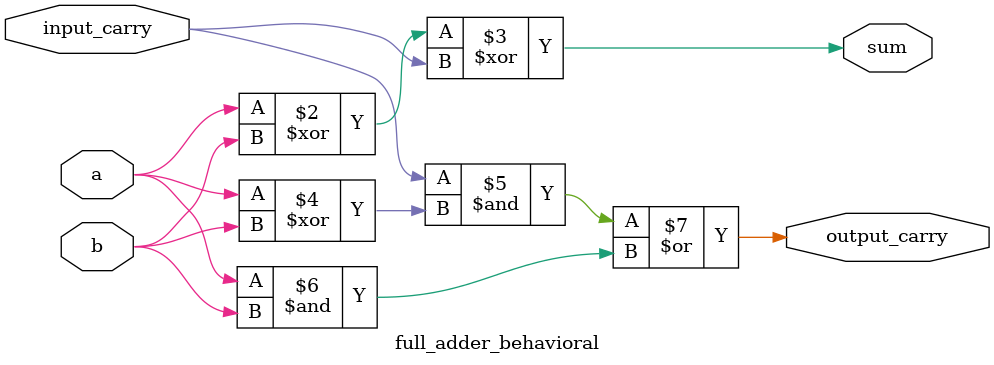
<source format=v>
module full_adder_behavioral (
    input a, b, input_carry,
    output reg sum, 
    output reg output_carry
);
    always @(a or b or input_carry) begin
        sum = (a ^ b) ^ input_carry;
        output_carry = (input_carry & (a ^ b)) | (a & b);
    end
endmodule
</source>
